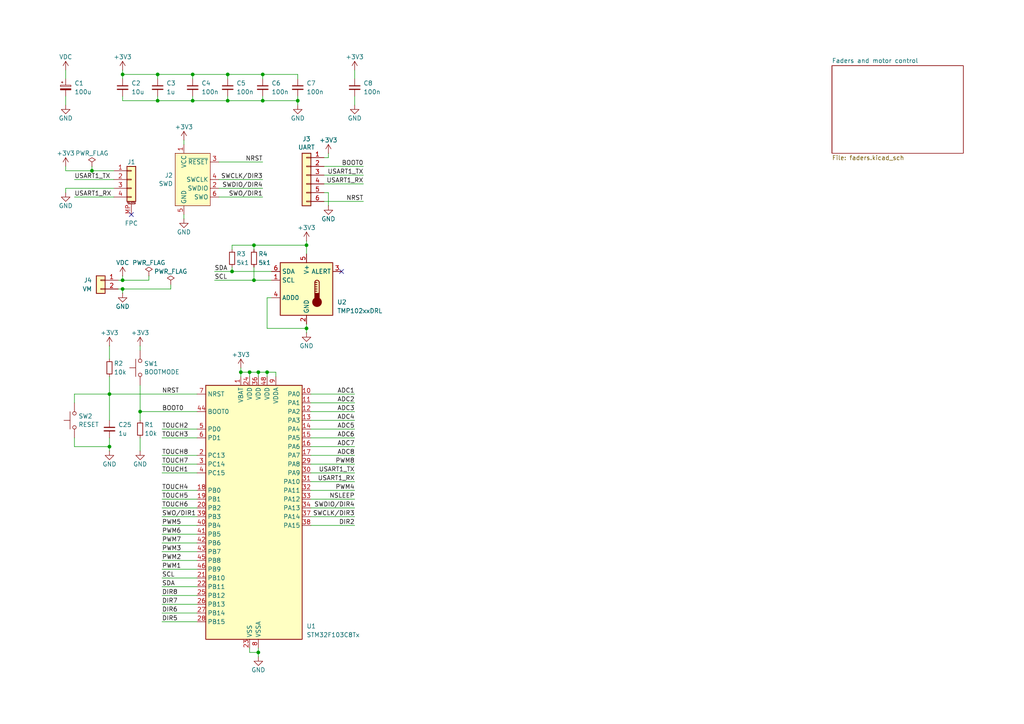
<source format=kicad_sch>
(kicad_sch (version 20231120) (generator "eeschema") (generator_version "8.0")
  (paper "A4")
  (lib_symbols
    (symbol "Connector:Conn_ARM_SWD_TagConnect_TC2030-NL" (in_bom no)
      (property "Reference" "J" (at 2.54 11.43 0))
      (property "Value" "Conn_ARM_SWD_TagConnect_TC2030-NL" (at 2.54 8.89 0))
      (symbol "Conn_ARM_SWD_TagConnect_TC2030-NL_0_0"
        (pin power_in line (at -2.54 10.16 270) (length 2.54) (name "VCC") (number "1"))
        (pin bidirectional line (at 7.62 -2.54 180) (length 2.54) (name "SWDIO") (number "2"))
        (pin open_collector line (at 7.62 5.08 180) (length 2.54) (name "~{RESET}") (number "3"))
        (pin output line (at 7.62 0 180) (length 2.54) (name "SWCLK") (number "4"))
        (pin power_in line (at -2.54 -10.16 90) (length 2.54) (name "GND") (number "5"))
        (pin input line (at 7.62 -5.08 180) (length 2.54) (name "SWO") (number "6"))
      )
      (symbol "Conn_ARM_SWD_TagConnect_TC2030-NL_0_1"
        (rectangle (start -5.08 7.62) (end 5.08 -7.62) (fill (type background)))
      )
    )
    (symbol "Connector_Generic:Conn_01x02" (pin_names (offset 1.016) hide)
      (property "Reference" "J" (at 0 2.54 0))
      (property "Value" "Conn_01x02" (at 0 -5.08 0))
      (symbol "Conn_01x02_1_1"
        (rectangle (start -1.27 -2.413) (end 0 -2.667) (stroke (width 0.1524)))
        (rectangle (start -1.27 0.127) (end 0 -0.127) (stroke (width 0.1524)))
        (rectangle (start -1.27 1.27) (end 1.27 -3.81) (stroke (width 0.254)) (fill (type background)))
        (pin passive line (at -5.08 0 0) (length 3.81) (name "Pin_1") (number "1"))
        (pin passive line (at -5.08 -2.54 0) (length 3.81) (name "Pin_2") (number "2"))
      )
    )
    (symbol "Connector_Generic:Conn_01x06" (pin_names (offset 1.016) hide)
      (property "Reference" "J" (at 0 7.62 0))
      (property "Value" "Conn_01x06" (at 0 -10.16 0))
      (symbol "Conn_01x06_1_1"
        (rectangle (start -1.27 -7.493) (end 0 -7.747) (stroke (width 0.1524)))
        (rectangle (start -1.27 -4.953) (end 0 -5.207) (stroke (width 0.1524)))
        (rectangle (start -1.27 -2.413) (end 0 -2.667) (stroke (width 0.1524)))
        (rectangle (start -1.27 0.127) (end 0 -0.127) (stroke (width 0.1524)))
        (rectangle (start -1.27 2.667) (end 0 2.413) (stroke (width 0.1524)))
        (rectangle (start -1.27 5.207) (end 0 4.953) (stroke (width 0.1524)))
        (rectangle (start -1.27 6.35) (end 1.27 -8.89) (stroke (width 0.254)) (fill (type background)))
        (pin passive line (at -5.08 5.08 0) (length 3.81) (name "Pin_1") (number "1"))
        (pin passive line (at -5.08 2.54 0) (length 3.81) (name "Pin_2") (number "2"))
        (pin passive line (at -5.08 0 0) (length 3.81) (name "Pin_3") (number "3"))
        (pin passive line (at -5.08 -2.54 0) (length 3.81) (name "Pin_4") (number "4"))
        (pin passive line (at -5.08 -5.08 0) (length 3.81) (name "Pin_5") (number "5"))
        (pin passive line (at -5.08 -7.62 0) (length 3.81) (name "Pin_6") (number "6"))
      )
    )
    (symbol "Connector_Generic_MountingPin:Conn_01x04_MountingPin" (pin_names (offset 1.016) hide)
      (property "Reference" "J" (at 0 5.08 0))
      (property "Value" "Conn_01x04_MountingPin" (at 1.27 -7.62 0))
      (symbol "Conn_01x04_MountingPin_1_1"
        (rectangle (start -1.27 -4.953) (end 0 -5.207) (stroke (width 0.1524)))
        (rectangle (start -1.27 -2.413) (end 0 -2.667) (stroke (width 0.1524)))
        (rectangle (start -1.27 0.127) (end 0 -0.127) (stroke (width 0.1524)))
        (rectangle (start -1.27 2.667) (end 0 2.413) (stroke (width 0.1524)))
        (rectangle (start -1.27 3.81) (end 1.27 -6.35) (stroke (width 0.254)) (fill (type background)))
        (polyline (pts (xy -1.016 -7.112) (xy 1.016 -7.112)) (stroke (width 0.1524)))
        (text "Mounting" (at 0 -6.731 0) (effects (font (size 0.381 0.381))))
        (pin passive line (at -5.08 2.54 0) (length 3.81) (name "Pin_1") (number "1"))
        (pin passive line (at -5.08 0 0) (length 3.81) (name "Pin_2") (number "2"))
        (pin passive line (at -5.08 -2.54 0) (length 3.81) (name "Pin_3") (number "3"))
        (pin passive line (at -5.08 -5.08 0) (length 3.81) (name "Pin_4") (number "4"))
        (pin passive line (at 0 -10.16 90) (length 3.048) (name "MountPin") (number "MP"))
      )
    )
    (symbol "Device:C_Polarized_Small" (pin_numbers hide) (pin_names (offset 0.254) hide)
      (property "Reference" "C" (at 0.254 1.778 0))
      (property "Value" "C_Polarized_Small" (at 0.254 -2.032 0))
      (symbol "C_Polarized_Small_0_1"
        (rectangle (start -1.524 -0.3048) (end 1.524 -0.6858) (fill (type outline)))
        (rectangle (start -1.524 0.6858) (end 1.524 0.3048))
        (polyline (pts (xy -1.27 1.524) (xy -0.762 1.524)))
        (polyline (pts (xy -1.016 1.27) (xy -1.016 1.778)))
      )
      (symbol "C_Polarized_Small_1_1"
        (pin passive line (at 0 2.54 270) (length 1.8542) (name "~") (number "1"))
        (pin passive line (at 0 -2.54 90) (length 1.8542) (name "~") (number "2"))
      )
    )
    (symbol "Device:C_Small" (pin_numbers hide) (pin_names (offset 0.254) hide)
      (property "Reference" "C" (at 0.254 1.778 0))
      (property "Value" "C_Small" (at 0.254 -2.032 0))
      (symbol "C_Small_0_1"
        (polyline (pts (xy -1.524 -0.508) (xy 1.524 -0.508)) (stroke (width 0.3302)))
        (polyline (pts (xy -1.524 0.508) (xy 1.524 0.508)) (stroke (width 0.3048)))
      )
      (symbol "C_Small_1_1"
        (pin passive line (at 0 2.54 270) (length 2.032) (name "~") (number "1"))
        (pin passive line (at 0 -2.54 90) (length 2.032) (name "~") (number "2"))
      )
    )
    (symbol "Device:R_Small" (pin_numbers hide) (pin_names (offset 0.254) hide)
      (property "Reference" "R" (at 0.762 0.508 0))
      (property "Value" "R_Small" (at 0.762 -1.016 0))
      (symbol "R_Small_0_1"
        (rectangle (start -0.762 1.778) (end 0.762 -1.778) (stroke (width 0.2032)))
      )
      (symbol "R_Small_1_1"
        (pin passive line (at 0 2.54 270) (length 0.762) (name "~") (number "1"))
        (pin passive line (at 0 -2.54 90) (length 0.762) (name "~") (number "2"))
      )
    )
    (symbol "MCU_ST_STM32F1:STM32F103C8Tx"
      (property "Reference" "U" (at -12.7 39.37 0))
      (property "Value" "STM32F103C8Tx" (at 10.16 39.37 0))
      (symbol "STM32F103C8Tx_0_1"
        (rectangle (start -12.7 -35.56) (end 15.24 38.1) (stroke (width 0.254)) (fill (type background)))
      )
      (symbol "STM32F103C8Tx_1_1"
        (pin power_in line (at -2.54 40.64 270) (length 2.54) (name "VBAT") (number "1"))
        (pin bidirectional line (at 17.78 35.56 180) (length 2.54) (name "PA0") (number "10"))
        (pin bidirectional line (at 17.78 33.02 180) (length 2.54) (name "PA1") (number "11"))
        (pin bidirectional line (at 17.78 30.48 180) (length 2.54) (name "PA2") (number "12"))
        (pin bidirectional line (at 17.78 27.94 180) (length 2.54) (name "PA3") (number "13"))
        (pin bidirectional line (at 17.78 25.4 180) (length 2.54) (name "PA4") (number "14"))
        (pin bidirectional line (at 17.78 22.86 180) (length 2.54) (name "PA5") (number "15"))
        (pin bidirectional line (at 17.78 20.32 180) (length 2.54) (name "PA6") (number "16"))
        (pin bidirectional line (at 17.78 17.78 180) (length 2.54) (name "PA7") (number "17"))
        (pin bidirectional line (at -15.24 7.62 0) (length 2.54) (name "PB0") (number "18"))
        (pin bidirectional line (at -15.24 5.08 0) (length 2.54) (name "PB1") (number "19"))
        (pin bidirectional line (at -15.24 17.78 0) (length 2.54) (name "PC13") (number "2"))
        (pin bidirectional line (at -15.24 2.54 0) (length 2.54) (name "PB2") (number "20"))
        (pin bidirectional line (at -15.24 -17.78 0) (length 2.54) (name "PB10") (number "21"))
        (pin bidirectional line (at -15.24 -20.32 0) (length 2.54) (name "PB11") (number "22"))
        (pin power_in line (at 0 -38.1 90) (length 2.54) (name "VSS") (number "23"))
        (pin power_in line (at 0 40.64 270) (length 2.54) (name "VDD") (number "24"))
        (pin bidirectional line (at -15.24 -22.86 0) (length 2.54) (name "PB12") (number "25"))
        (pin bidirectional line (at -15.24 -25.4 0) (length 2.54) (name "PB13") (number "26"))
        (pin bidirectional line (at -15.24 -27.94 0) (length 2.54) (name "PB14") (number "27"))
        (pin bidirectional line (at -15.24 -30.48 0) (length 2.54) (name "PB15") (number "28"))
        (pin bidirectional line (at 17.78 15.24 180) (length 2.54) (name "PA8") (number "29"))
        (pin bidirectional line (at -15.24 15.24 0) (length 2.54) (name "PC14") (number "3"))
        (pin bidirectional line (at 17.78 12.7 180) (length 2.54) (name "PA9") (number "30"))
        (pin bidirectional line (at 17.78 10.16 180) (length 2.54) (name "PA10") (number "31"))
        (pin bidirectional line (at 17.78 7.62 180) (length 2.54) (name "PA11") (number "32"))
        (pin bidirectional line (at 17.78 5.08 180) (length 2.54) (name "PA12") (number "33"))
        (pin bidirectional line (at 17.78 2.54 180) (length 2.54) (name "PA13") (number "34"))
        (pin passive line (at 0 -38.1 90) (length 2.54) hide (name "VSS") (number "35"))
        (pin power_in line (at 2.54 40.64 270) (length 2.54) (name "VDD") (number "36"))
        (pin bidirectional line (at 17.78 0 180) (length 2.54) (name "PA14") (number "37"))
        (pin bidirectional line (at 17.78 -2.54 180) (length 2.54) (name "PA15") (number "38"))
        (pin bidirectional line (at -15.24 0 0) (length 2.54) (name "PB3") (number "39"))
        (pin bidirectional line (at -15.24 12.7 0) (length 2.54) (name "PC15") (number "4"))
        (pin bidirectional line (at -15.24 -2.54 0) (length 2.54) (name "PB4") (number "40"))
        (pin bidirectional line (at -15.24 -5.08 0) (length 2.54) (name "PB5") (number "41"))
        (pin bidirectional line (at -15.24 -7.62 0) (length 2.54) (name "PB6") (number "42"))
        (pin bidirectional line (at -15.24 -10.16 0) (length 2.54) (name "PB7") (number "43"))
        (pin input line (at -15.24 30.48 0) (length 2.54) (name "BOOT0") (number "44"))
        (pin bidirectional line (at -15.24 -12.7 0) (length 2.54) (name "PB8") (number "45"))
        (pin bidirectional line (at -15.24 -15.24 0) (length 2.54) (name "PB9") (number "46"))
        (pin passive line (at 0 -38.1 90) (length 2.54) hide (name "VSS") (number "47"))
        (pin power_in line (at 5.08 40.64 270) (length 2.54) (name "VDD") (number "48"))
        (pin bidirectional line (at -15.24 25.4 0) (length 2.54) (name "PD0") (number "5"))
        (pin bidirectional line (at -15.24 22.86 0) (length 2.54) (name "PD1") (number "6"))
        (pin input line (at -15.24 35.56 0) (length 2.54) (name "NRST") (number "7"))
        (pin power_in line (at 2.54 -38.1 90) (length 2.54) (name "VSSA") (number "8"))
        (pin power_in line (at 7.62 40.64 270) (length 2.54) (name "VDDA") (number "9"))
      )
    )
    (symbol "Sensor_Temperature:TMP102xxDRL"
      (property "Reference" "U" (at -2.54 10.795 0))
      (property "Value" "TMP102xxDRL" (at -2.54 8.89 0))
      (symbol "TMP102xxDRL_0_1"
        (rectangle (start -7.62 7.62) (end 7.62 -7.62) (stroke (width 0.254)) (fill (type background)))
      )
      (symbol "TMP102xxDRL_1_1"
        (polyline (pts (xy 2.413 -0.635) (xy 3.048 -0.635)) (stroke (width 0.254)))
        (polyline (pts (xy 2.413 0) (xy 3.048 0)) (stroke (width 0.254)))
        (polyline (pts (xy 2.413 0.635) (xy 3.048 0.635)) (stroke (width 0.254)))
        (polyline (pts (xy 2.413 1.27) (xy 3.048 1.27)) (stroke (width 0.254)))
        (polyline (pts (xy 2.413 1.905) (xy 2.413 -1.27)) (stroke (width 0.254)))
        (polyline (pts (xy 2.413 1.905) (xy 3.048 1.905)) (stroke (width 0.254)))
        (polyline (pts (xy 3.683 1.905) (xy 3.683 -1.27)) (stroke (width 0.254)))
        (circle (center 3.048 -3.81) (radius 1.27) (stroke (width 0.254)) (fill (type outline)))
        (rectangle (start 3.683 -3.175) (end 2.413 -1.27) (stroke (width 0.254)) (fill (type outline)))
        (arc (start 3.683 1.905) (mid 3.048 2.5372) (end 2.413 1.905) (stroke (width 0.254)))
        (pin input line (at -10.16 2.54 0) (length 2.54) (name "SCL") (number "1"))
        (pin power_in line (at 0 -10.16 90) (length 2.54) (name "GND") (number "2"))
        (pin open_collector line (at 10.16 5.08 180) (length 2.54) (name "ALERT") (number "3"))
        (pin input line (at -10.16 -2.54 0) (length 2.54) (name "ADD0") (number "4"))
        (pin power_in line (at 0 10.16 270) (length 2.54) (name "V+") (number "5"))
        (pin bidirectional line (at -10.16 5.08 0) (length 2.54) (name "SDA") (number "6"))
      )
    )
    (symbol "Switch:SW_Push" (pin_numbers hide) (pin_names (offset 1.016) hide)
      (property "Reference" "SW" (at 1.27 2.54 0))
      (property "Value" "SW_Push" (at 0 -1.524 0))
      (symbol "SW_Push_0_1"
        (circle (center -2.032 0) (radius 0.508))
        (polyline (pts (xy 0 1.27) (xy 0 3.048)))
        (polyline (pts (xy 2.54 1.27) (xy -2.54 1.27)))
        (circle (center 2.032 0) (radius 0.508))
        (pin passive line (at -5.08 0 0) (length 2.54) (name "1") (number "1"))
        (pin passive line (at 5.08 0 180) (length 2.54) (name "2") (number "2"))
      )
    )
    (symbol "power:+3V3" (power) (pin_numbers hide) (pin_names (offset 0) hide)
      (property "Value" "+3V3" (at 0 3.556 0))
      (symbol "+3V3_0_1"
        (polyline (pts (xy -0.762 1.27) (xy 0 2.54)))
        (polyline (pts (xy 0 0) (xy 0 2.54)))
        (polyline (pts (xy 0 2.54) (xy 0.762 1.27)))
      )
      (symbol "+3V3_1_1"
        (pin power_in line (at 0 0 90) (length 0) (name "~") (number "1"))
      )
    )
    (symbol "power:GND" (power) (pin_numbers hide) (pin_names (offset 0) hide)
      (property "Value" "GND" (at 0 -3.81 0))
      (symbol "GND_0_1"
        (polyline (pts (xy 0 0) (xy 0 -1.27) (xy 1.27 -1.27) (xy 0 -2.54) (xy -1.27 -1.27) (xy 0 -1.27)))
      )
      (symbol "GND_1_1"
        (pin power_in line (at 0 0 270) (length 0) (name "~") (number "1"))
      )
    )
    (symbol "power:PWR_FLAG" (power) (pin_numbers hide) (pin_names (offset 0) hide)
      (property "Value" "PWR_FLAG" (at 0 3.81 0))
      (symbol "PWR_FLAG_0_0"
        (pin power_out line (at 0 0 90) (length 0) (name "~") (number "1"))
      )
      (symbol "PWR_FLAG_0_1"
        (polyline (pts (xy 0 0) (xy 0 1.27) (xy -1.016 1.905) (xy 0 2.54) (xy 1.016 1.905) (xy 0 1.27)))
      )
    )
    (symbol "power:VDC" (power) (pin_numbers hide) (pin_names (offset 0) hide)
      (property "Value" "VDC" (at 0 3.556 0))
      (symbol "VDC_0_1"
        (polyline (pts (xy -0.762 1.27) (xy 0 2.54)))
        (polyline (pts (xy 0 0) (xy 0 2.54)))
        (polyline (pts (xy 0 2.54) (xy 0.762 1.27)))
      )
      (symbol "VDC_1_1"
        (pin power_in line (at 0 0 90) (length 0) (name "~") (number "1"))
      )
    )
  )
  (junction (at 69.85 107.95))
  (junction (at 55.88 21.59))
  (junction (at 86.36 29.21))
  (junction (at 88.9 71.12))
  (junction (at 88.9 95.25))
  (junction (at 76.2 29.21))
  (junction (at 45.72 29.21))
  (junction (at 35.56 83.82))
  (junction (at 73.66 71.12))
  (junction (at 76.2 21.59))
  (junction (at 73.66 81.28))
  (junction (at 77.47 107.95))
  (junction (at 26.67 49.53))
  (junction (at 74.93 189.23))
  (junction (at 74.93 107.95))
  (junction (at 45.72 21.59))
  (junction (at 31.75 129.54))
  (junction (at 40.64 119.38))
  (junction (at 66.04 29.21))
  (junction (at 31.75 114.3))
  (junction (at 72.39 107.95))
  (junction (at 35.56 21.59))
  (junction (at 66.04 21.59))
  (junction (at 67.31 78.74))
  (junction (at 35.56 81.28))
  (junction (at 55.88 29.21))
  (no_connect (at 99.06 78.74))
  (no_connect (at 38.1 62.23))
  (wire (pts (xy 35.56 83.82) (xy 35.56 85.09)))
  (wire (pts (xy 90.17 132.08) (xy 102.87 132.08)))
  (wire (pts (xy 35.56 21.59) (xy 45.72 21.59)))
  (wire (pts (xy 46.99 162.56) (xy 57.15 162.56)))
  (wire (pts (xy 26.67 48.26) (xy 26.67 49.53)))
  (wire (pts (xy 40.64 119.38) (xy 40.64 121.92)))
  (wire (pts (xy 66.04 27.94) (xy 66.04 29.21)))
  (wire (pts (xy 76.2 27.94) (xy 76.2 29.21)))
  (wire (pts (xy 76.2 29.21) (xy 86.36 29.21)))
  (wire (pts (xy 46.99 137.16) (xy 57.15 137.16)))
  (wire (pts (xy 93.98 45.72) (xy 95.25 45.72)))
  (wire (pts (xy 21.59 127) (xy 21.59 129.54)))
  (wire (pts (xy 34.29 83.82) (xy 35.56 83.82)))
  (wire (pts (xy 21.59 129.54) (xy 31.75 129.54)))
  (wire (pts (xy 90.17 116.84) (xy 102.87 116.84)))
  (wire (pts (xy 95.25 55.88) (xy 95.25 59.69)))
  (wire (pts (xy 26.67 49.53) (xy 33.02 49.53)))
  (wire (pts (xy 93.98 50.8) (xy 105.41 50.8)))
  (wire (pts (xy 77.47 86.36) (xy 77.47 95.25)))
  (wire (pts (xy 93.98 55.88) (xy 95.25 55.88)))
  (wire (pts (xy 95.25 45.72) (xy 95.25 44.45)))
  (wire (pts (xy 76.2 21.59) (xy 86.36 21.59)))
  (wire (pts (xy 19.05 20.32) (xy 19.05 22.86)))
  (wire (pts (xy 74.93 107.95) (xy 74.93 109.22)))
  (wire (pts (xy 63.5 46.99) (xy 76.2 46.99)))
  (wire (pts (xy 67.31 77.47) (xy 67.31 78.74)))
  (wire (pts (xy 74.93 187.96) (xy 74.93 189.23)))
  (wire (pts (xy 90.17 152.4) (xy 102.87 152.4)))
  (wire (pts (xy 46.99 160.02) (xy 57.15 160.02)))
  (wire (pts (xy 53.34 40.64) (xy 53.34 41.91)))
  (wire (pts (xy 90.17 114.3) (xy 102.87 114.3)))
  (wire (pts (xy 46.99 157.48) (xy 57.15 157.48)))
  (wire (pts (xy 86.36 27.94) (xy 86.36 29.21)))
  (wire (pts (xy 90.17 119.38) (xy 102.87 119.38)))
  (wire (pts (xy 93.98 48.26) (xy 105.41 48.26)))
  (wire (pts (xy 102.87 20.32) (xy 102.87 22.86)))
  (wire (pts (xy 88.9 71.12) (xy 88.9 73.66)))
  (wire (pts (xy 90.17 137.16) (xy 102.87 137.16)))
  (wire (pts (xy 74.93 189.23) (xy 74.93 190.5)))
  (wire (pts (xy 90.17 121.92) (xy 102.87 121.92)))
  (wire (pts (xy 45.72 29.21) (xy 55.88 29.21)))
  (wire (pts (xy 80.01 109.22) (xy 80.01 107.95)))
  (wire (pts (xy 62.23 78.74) (xy 67.31 78.74)))
  (wire (pts (xy 93.98 58.42) (xy 105.41 58.42)))
  (wire (pts (xy 46.99 154.94) (xy 57.15 154.94)))
  (wire (pts (xy 69.85 107.95) (xy 72.39 107.95)))
  (wire (pts (xy 63.5 54.61) (xy 76.2 54.61)))
  (wire (pts (xy 19.05 48.26) (xy 19.05 49.53)))
  (wire (pts (xy 63.5 57.15) (xy 76.2 57.15)))
  (wire (pts (xy 46.99 127) (xy 57.15 127)))
  (wire (pts (xy 55.88 29.21) (xy 66.04 29.21)))
  (wire (pts (xy 46.99 177.8) (xy 57.15 177.8)))
  (wire (pts (xy 46.99 165.1) (xy 57.15 165.1)))
  (wire (pts (xy 46.99 147.32) (xy 57.15 147.32)))
  (wire (pts (xy 34.29 81.28) (xy 35.56 81.28)))
  (wire (pts (xy 40.64 119.38) (xy 57.15 119.38)))
  (wire (pts (xy 46.99 180.34) (xy 57.15 180.34)))
  (wire (pts (xy 19.05 49.53) (xy 26.67 49.53)))
  (wire (pts (xy 62.23 81.28) (xy 73.66 81.28)))
  (wire (pts (xy 66.04 21.59) (xy 66.04 22.86)))
  (wire (pts (xy 53.34 62.23) (xy 53.34 63.5)))
  (wire (pts (xy 31.75 114.3) (xy 21.59 114.3)))
  (wire (pts (xy 77.47 107.95) (xy 77.47 109.22)))
  (wire (pts (xy 46.99 167.64) (xy 57.15 167.64)))
  (wire (pts (xy 74.93 107.95) (xy 77.47 107.95)))
  (wire (pts (xy 55.88 21.59) (xy 55.88 22.86)))
  (wire (pts (xy 46.99 152.4) (xy 57.15 152.4)))
  (wire (pts (xy 31.75 127) (xy 31.75 129.54)))
  (wire (pts (xy 72.39 107.95) (xy 74.93 107.95)))
  (wire (pts (xy 46.99 134.62) (xy 57.15 134.62)))
  (wire (pts (xy 88.9 71.12) (xy 88.9 69.85)))
  (wire (pts (xy 73.66 77.47) (xy 73.66 81.28)))
  (wire (pts (xy 90.17 134.62) (xy 102.87 134.62)))
  (wire (pts (xy 40.64 111.76) (xy 40.64 119.38)))
  (wire (pts (xy 63.5 52.07) (xy 76.2 52.07)))
  (wire (pts (xy 67.31 71.12) (xy 73.66 71.12)))
  (wire (pts (xy 67.31 78.74) (xy 78.74 78.74)))
  (wire (pts (xy 31.75 109.22) (xy 31.75 114.3)))
  (wire (pts (xy 19.05 54.61) (xy 19.05 55.88)))
  (wire (pts (xy 35.56 81.28) (xy 35.56 80.01)))
  (wire (pts (xy 46.99 142.24) (xy 57.15 142.24)))
  (wire (pts (xy 31.75 129.54) (xy 31.75 130.81)))
  (wire (pts (xy 77.47 107.95) (xy 80.01 107.95)))
  (wire (pts (xy 35.56 83.82) (xy 49.53 83.82)))
  (wire (pts (xy 43.18 81.28) (xy 35.56 81.28)))
  (wire (pts (xy 73.66 71.12) (xy 88.9 71.12)))
  (wire (pts (xy 77.47 95.25) (xy 88.9 95.25)))
  (wire (pts (xy 66.04 29.21) (xy 76.2 29.21)))
  (wire (pts (xy 45.72 27.94) (xy 45.72 29.21)))
  (wire (pts (xy 21.59 52.07) (xy 33.02 52.07)))
  (wire (pts (xy 45.72 21.59) (xy 45.72 22.86)))
  (wire (pts (xy 46.99 132.08) (xy 57.15 132.08)))
  (wire (pts (xy 88.9 95.25) (xy 88.9 96.52)))
  (wire (pts (xy 31.75 114.3) (xy 31.75 121.92)))
  (wire (pts (xy 35.56 29.21) (xy 45.72 29.21)))
  (wire (pts (xy 69.85 107.95) (xy 69.85 109.22)))
  (wire (pts (xy 21.59 114.3) (xy 21.59 116.84)))
  (wire (pts (xy 35.56 27.94) (xy 35.56 29.21)))
  (wire (pts (xy 46.99 175.26) (xy 57.15 175.26)))
  (wire (pts (xy 67.31 72.39) (xy 67.31 71.12)))
  (wire (pts (xy 72.39 187.96) (xy 72.39 189.23)))
  (wire (pts (xy 46.99 144.78) (xy 57.15 144.78)))
  (wire (pts (xy 40.64 127) (xy 40.64 130.81)))
  (wire (pts (xy 35.56 20.32) (xy 35.56 21.59)))
  (wire (pts (xy 19.05 54.61) (xy 33.02 54.61)))
  (wire (pts (xy 90.17 124.46) (xy 102.87 124.46)))
  (wire (pts (xy 57.15 114.3) (xy 31.75 114.3)))
  (wire (pts (xy 45.72 21.59) (xy 55.88 21.59)))
  (wire (pts (xy 46.99 170.18) (xy 57.15 170.18)))
  (wire (pts (xy 88.9 93.98) (xy 88.9 95.25)))
  (wire (pts (xy 76.2 21.59) (xy 76.2 22.86)))
  (wire (pts (xy 73.66 71.12) (xy 73.66 72.39)))
  (wire (pts (xy 55.88 21.59) (xy 66.04 21.59)))
  (wire (pts (xy 90.17 144.78) (xy 102.87 144.78)))
  (wire (pts (xy 90.17 127) (xy 102.87 127)))
  (wire (pts (xy 40.64 100.33) (xy 40.64 101.6)))
  (wire (pts (xy 55.88 27.94) (xy 55.88 29.21)))
  (wire (pts (xy 86.36 22.86) (xy 86.36 21.59)))
  (wire (pts (xy 43.18 80.01) (xy 43.18 81.28)))
  (wire (pts (xy 49.53 82.55) (xy 49.53 83.82)))
  (wire (pts (xy 102.87 27.94) (xy 102.87 30.48)))
  (wire (pts (xy 69.85 106.68) (xy 69.85 107.95)))
  (wire (pts (xy 35.56 21.59) (xy 35.56 22.86)))
  (wire (pts (xy 72.39 189.23) (xy 74.93 189.23)))
  (wire (pts (xy 90.17 147.32) (xy 102.87 147.32)))
  (wire (pts (xy 73.66 81.28) (xy 78.74 81.28)))
  (wire (pts (xy 31.75 100.33) (xy 31.75 104.14)))
  (wire (pts (xy 90.17 129.54) (xy 102.87 129.54)))
  (wire (pts (xy 78.74 86.36) (xy 77.47 86.36)))
  (wire (pts (xy 90.17 149.86) (xy 102.87 149.86)))
  (wire (pts (xy 72.39 107.95) (xy 72.39 109.22)))
  (wire (pts (xy 19.05 27.94) (xy 19.05 30.48)))
  (wire (pts (xy 93.98 53.34) (xy 105.41 53.34)))
  (wire (pts (xy 86.36 29.21) (xy 86.36 30.48)))
  (wire (pts (xy 66.04 21.59) (xy 76.2 21.59)))
  (wire (pts (xy 46.99 172.72) (xy 57.15 172.72)))
  (wire (pts (xy 90.17 139.7) (xy 102.87 139.7)))
  (wire (pts (xy 21.59 57.15) (xy 33.02 57.15)))
  (wire (pts (xy 90.17 142.24) (xy 102.87 142.24)))
  (wire (pts (xy 46.99 149.86) (xy 57.15 149.86)))
  (wire (pts (xy 46.99 124.46) (xy 57.15 124.46)))
  (label "TOUCH4" (at 46.99 142.24 0))
  (label "BOOT0" (at 46.99 119.38 0))
  (label "PWM1" (at 46.99 165.1 0))
  (label "SWCLK{slash}DIR3" (at 76.2 52.07 180))
  (label "ADC5" (at 102.87 124.46 180))
  (label "SWDIO{slash}DIR4" (at 102.87 147.32 180))
  (label "ADC2" (at 102.87 116.84 180))
  (label "SCL" (at 46.99 167.64 0))
  (label "DIR2" (at 102.87 152.4 180))
  (label "NRST" (at 46.99 114.3 0))
  (label "NSLEEP" (at 102.87 144.78 180))
  (label "PWM7" (at 46.99 157.48 0))
  (label "TOUCH5" (at 46.99 144.78 0))
  (label "DIR8" (at 46.99 172.72 0))
  (label "USART1_RX" (at 102.87 139.7 180))
  (label "DIR7" (at 46.99 175.26 0))
  (label "TOUCH7" (at 46.99 134.62 0))
  (label "SWO{slash}DIR1" (at 76.2 57.15 180))
  (label "PWM6" (at 46.99 154.94 0))
  (label "ADC1" (at 102.87 114.3 180))
  (label "SDA" (at 46.99 170.18 0))
  (label "USART1_RX" (at 21.59 57.15 0))
  (label "TOUCH3" (at 46.99 127 0))
  (label "USART1_TX" (at 21.59 52.07 0))
  (label "PWM3" (at 46.99 160.02 0))
  (label "DIR6" (at 46.99 177.8 0))
  (label "ADC3" (at 102.87 119.38 180))
  (label "BOOT0" (at 105.41 48.26 180))
  (label "PWM4" (at 102.87 142.24 180))
  (label "TOUCH1" (at 46.99 137.16 0))
  (label "SCL" (at 62.23 81.28 0))
  (label "USART1_TX" (at 105.41 50.8 180))
  (label "SDA" (at 62.23 78.74 0))
  (label "USART1_RX" (at 105.41 53.34 180))
  (label "SWCLK{slash}DIR3" (at 102.87 149.86 180))
  (label "ADC8" (at 102.87 132.08 180))
  (label "ADC6" (at 102.87 127 180))
  (label "NRST" (at 105.41 58.42 180))
  (label "NRST" (at 76.2 46.99 180))
  (label "ADC7" (at 102.87 129.54 180))
  (label "TOUCH6" (at 46.99 147.32 0))
  (label "PWM2" (at 46.99 162.56 0))
  (label "ADC4" (at 102.87 121.92 180))
  (label "SWO{slash}DIR1" (at 46.99 149.86 0))
  (label "PWM5" (at 46.99 152.4 0))
  (label "PWM8" (at 102.87 134.62 180))
  (label "DIR5" (at 46.99 180.34 0))
  (label "TOUCH8" (at 46.99 132.08 0))
  (label "USART1_TX" (at 102.87 137.16 180))
  (label "TOUCH2" (at 46.99 124.46 0))
  (label "SWDIO{slash}DIR4" (at 76.2 54.61 180))
  (symbol (lib_id "Connector_Generic_MountingPin:Conn_01x04_MountingPin") (at 38.1 52.07 0) (unit 1)
    (property "Reference" "J1" (at 38.1 46.99 0))
    (property "Value" "FPC" (at 38.1 64.77 0))
    (property "Footprint" "faderboard:Jushuo_AFC01-S04FCx-00_1x04-1MP_P0.50mm_Horizontal" (effects (hide yes)))
    (property "Description" "Generic connectable mounting pin connector, single row, 01x04, script generated (kicad-library-utils/schlib/autogen/connector/)" (effects (hide yes)))
  )
  (symbol (lib_id "Device:R_Small") (at 67.31 74.93 0) (unit 1)
    (property "Reference" "R3" (at 68.58 73.66 0) (effects (justify left)))
    (property "Value" "5k1" (at 68.58 76.2 0) (effects (justify left)))
    (property "Footprint" "Resistor_SMD:R_0402_1005Metric" (effects (hide yes)))
  )
  (symbol (lib_id "power:+3V3") (at 88.9 69.85 0) (unit 1)
    (property "Reference" "#PWR018" (effects (hide yes)))
    (property "Value" "+3V3" (at 88.9 66.04 0))
    (property "Description" "Power symbol creates a global label with name \"+3V3\"" (effects (hide yes)))
  )
  (symbol (lib_id "Switch:SW_Push") (at 40.64 106.68 90) (unit 1)
    (property "Reference" "SW1" (at 41.783 105.4678 90) (effects (justify right)))
    (property "Value" "BOOTMODE" (at 41.783 107.8921 90) (effects (justify right)))
    (property "Footprint" "faderboard:SW_Push_SPST_NO_XKB_TS-1187A-X-X-X" (effects (hide yes)))
    (property "Description" "Push button switch, generic, two pins" (effects (hide yes)))
  )
  (symbol (lib_id "Device:C_Small") (at 55.88 25.4 0) (unit 1)
    (property "Reference" "C4" (at 58.42 24.13 0) (effects (justify left)))
    (property "Value" "100n" (at 58.42 26.67 0) (effects (justify left)))
    (property "Footprint" "Capacitor_SMD:C_0402_1005Metric" (effects (hide yes)))
  )
  (symbol (lib_id "Device:C_Small") (at 45.72 25.4 0) (unit 1)
    (property "Reference" "C3" (at 48.26 24.13 0) (effects (justify left)))
    (property "Value" "1u" (at 48.26 26.67 0) (effects (justify left)))
    (property "Footprint" "Capacitor_SMD:C_0402_1005Metric" (effects (hide yes)))
  )
  (symbol (lib_id "Device:C_Small") (at 86.36 25.4 0) (unit 1)
    (property "Reference" "C7" (at 88.9 24.13 0) (effects (justify left)))
    (property "Value" "100n" (at 88.9 26.67 0) (effects (justify left)))
    (property "Footprint" "Capacitor_SMD:C_0402_1005Metric" (effects (hide yes)))
  )
  (symbol (lib_id "Device:R_Small") (at 40.64 124.46 0) (unit 1)
    (property "Reference" "R1" (at 41.91 123.19 0) (effects (justify left)))
    (property "Value" "10k" (at 41.91 125.73 0) (effects (justify left)))
    (property "Footprint" "Resistor_SMD:R_0402_1005Metric" (effects (hide yes)))
  )
  (symbol (lib_id "power:+3V3") (at 31.75 100.33 0) (unit 1)
    (property "Reference" "#PWR094" (effects (hide yes)))
    (property "Value" "+3V3" (at 31.75 96.52 0))
    (property "Description" "Power symbol creates a global label with name \"+3V3\"" (effects (hide yes)))
  )
  (symbol (lib_id "MCU_ST_STM32F1:STM32F103C8Tx") (at 72.39 149.86 0) (unit 1)
    (property "Reference" "U1" (at 88.9 181.61 0) (effects (justify left)))
    (property "Value" "STM32F103C8Tx" (at 88.9 184.15 0) (effects (justify left)))
    (property "Footprint" "Package_QFP:LQFP-48_7x7mm_P0.5mm" (effects (hide yes)))
    (property "Datasheet" "https://www.st.com/resource/en/datasheet/stm32f103c8.pdf" (effects (hide yes)))
    (property "Description" "STMicroelectronics Arm Cortex-M3 MCU, 64KB flash, 20KB RAM, 72 MHz, 2.0-3.6V, 37 GPIO, LQFP48" (effects (hide yes)))
  )
  (symbol (lib_id "Device:C_Polarized_Small") (at 19.05 25.4 0) (unit 1)
    (property "Reference" "C1" (at 21.59 24.13 0) (effects (justify left)))
    (property "Value" "100u" (at 21.59 26.67 0) (effects (justify left)))
    (property "Footprint" "Capacitor_SMD:CP_Elec_6.3x7.7" (effects (hide yes)))
  )
  (symbol (lib_id "power:+3V3") (at 53.34 40.64 0) (unit 1)
    (property "Reference" "#PWR010" (effects (hide yes)))
    (property "Value" "+3V3" (at 53.34 36.83 0))
    (property "Description" "Power symbol creates a global label with name \"+3V3\"" (effects (hide yes)))
  )
  (symbol (lib_id "power:GND") (at 88.9 96.52 0) (unit 1)
    (property "Reference" "#PWR019" (effects (hide yes)))
    (property "Value" "GND" (at 88.9 100.33 0))
    (property "Description" "Power symbol creates a global label with name \"GND\" , ground" (effects (hide yes)))
  )
  (symbol (lib_id "power:PWR_FLAG") (at 26.67 48.26 0) (unit 1)
    (property "Reference" "#FLG01" (effects (hide yes)))
    (property "Value" "PWR_FLAG" (at 26.67 44.45 0))
    (property "Description" "Special symbol for telling ERC where power comes from" (effects (hide yes)))
  )
  (symbol (lib_id "power:GND") (at 19.05 55.88 0) (unit 1)
    (property "Reference" "#PWR04" (effects (hide yes)))
    (property "Value" "GND" (at 19.05 59.69 0))
    (property "Description" "Power symbol creates a global label with name \"GND\" , ground" (effects (hide yes)))
  )
  (symbol (lib_id "Device:C_Small") (at 31.75 124.46 0) (unit 1)
    (property "Reference" "C25" (at 34.29 123.19 0) (effects (justify left)))
    (property "Value" "1u" (at 34.29 125.73 0) (effects (justify left)))
    (property "Footprint" "Capacitor_SMD:C_0402_1005Metric" (effects (hide yes)))
  )
  (symbol (lib_id "Device:C_Small") (at 66.04 25.4 0) (unit 1)
    (property "Reference" "C5" (at 68.58 24.13 0) (effects (justify left)))
    (property "Value" "100n" (at 68.58 26.67 0) (effects (justify left)))
    (property "Footprint" "Capacitor_SMD:C_0402_1005Metric" (effects (hide yes)))
  )
  (symbol (lib_id "Connector_Generic:Conn_01x06") (at 88.9 50.8 0) (mirror y) (unit 1)
    (property "Reference" "J3" (at 88.9 40.3055 0))
    (property "Value" "UART" (at 88.9 42.7298 0))
    (property "Footprint" "Connector:Tag-Connect_TC2030-IDC-NL_2x03_P1.27mm_Vertical" (effects (hide yes)))
    (property "Description" "Generic connector, single row, 01x06, script generated (kicad-library-utils/schlib/autogen/connector/)" (effects (hide yes)))
  )
  (symbol (lib_id "power:PWR_FLAG") (at 43.18 80.01 0) (unit 1)
    (property "Reference" "#FLG02" (effects (hide yes)))
    (property "Value" "PWR_FLAG" (at 43.18 76.2 0))
    (property "Description" "Special symbol for telling ERC where power comes from" (effects (hide yes)))
  )
  (symbol (lib_id "power:+3V3") (at 102.87 20.32 0) (unit 1)
    (property "Reference" "#PWR020" (effects (hide yes)))
    (property "Value" "+3V3" (at 102.87 16.51 0))
    (property "Description" "Power symbol creates a global label with name \"+3V3\"" (effects (hide yes)))
  )
  (symbol (lib_id "power:GND") (at 86.36 30.48 0) (unit 1)
    (property "Reference" "#PWR017" (effects (hide yes)))
    (property "Value" "GND" (at 86.36 34.29 0))
    (property "Description" "Power symbol creates a global label with name \"GND\" , ground" (effects (hide yes)))
  )
  (symbol (lib_id "Device:C_Small") (at 76.2 25.4 0) (unit 1)
    (property "Reference" "C6" (at 78.74 24.13 0) (effects (justify left)))
    (property "Value" "100n" (at 78.74 26.67 0) (effects (justify left)))
    (property "Footprint" "Capacitor_SMD:C_0402_1005Metric" (effects (hide yes)))
  )
  (symbol (lib_id "power:+3V3") (at 35.56 20.32 0) (unit 1)
    (property "Reference" "#PWR08" (effects (hide yes)))
    (property "Value" "+3V3" (at 35.56 16.51 0))
    (property "Description" "Power symbol creates a global label with name \"+3V3\"" (effects (hide yes)))
  )
  (symbol (lib_id "power:+3V3") (at 69.85 106.68 0) (unit 1)
    (property "Reference" "#PWR013" (effects (hide yes)))
    (property "Value" "+3V3" (at 69.85 102.87 0))
    (property "Description" "Power symbol creates a global label with name \"+3V3\"" (effects (hide yes)))
  )
  (symbol (lib_id "power:+3V3") (at 19.05 48.26 0) (unit 1)
    (property "Reference" "#PWR03" (effects (hide yes)))
    (property "Value" "+3V3" (at 19.05 44.45 0))
    (property "Description" "Power symbol creates a global label with name \"+3V3\"" (effects (hide yes)))
  )
  (symbol (lib_id "Connector:Conn_ARM_SWD_TagConnect_TC2030-NL") (at 55.88 52.07 0) (unit 1) (in_bom no)
    (property "Reference" "J2" (at 50.165 50.8578 0) (effects (justify right)))
    (property "Value" "SWD" (at 50.165 53.2821 0) (effects (justify right)))
    (property "Footprint" "Connector:Tag-Connect_TC2030-IDC-NL_2x03_P1.27mm_Vertical" (effects (hide yes)))
    (property "Datasheet" "https://www.tag-connect.com/wp-content/uploads/bsk-pdf-manager/TC2030-CTX_1.pdf" (effects (hide yes)))
    (property "Description" "Tag-Connect ARM Cortex SWD JTAG connector, 6 pin, no legs" (effects (hide yes)))
  )
  (symbol (lib_id "Connector_Generic:Conn_01x02") (at 29.21 81.28 0) (mirror y) (unit 1)
    (property "Reference" "J4" (at 26.67 81.28 0) (effects (justify left)))
    (property "Value" "VM" (at 26.67 83.82 0) (effects (justify left)))
    (property "Footprint" "Connector_JST:JST_VH_S2P-VH_1x02_P3.96mm_Horizontal" (effects (hide yes)))
    (property "Description" "Generic connector, single row, 01x02, script generated (kicad-library-utils/schlib/autogen/connector/)" (effects (hide yes)))
  )
  (symbol (lib_id "power:GND") (at 74.93 190.5 0) (unit 1)
    (property "Reference" "#PWR016" (effects (hide yes)))
    (property "Value" "GND" (at 74.93 194.31 0))
    (property "Description" "Power symbol creates a global label with name \"GND\" , ground" (effects (hide yes)))
  )
  (symbol (lib_id "Device:R_Small") (at 73.66 74.93 0) (unit 1)
    (property "Reference" "R4" (at 74.93 73.66 0) (effects (justify left)))
    (property "Value" "5k1" (at 74.93 76.2 0) (effects (justify left)))
    (property "Footprint" "Resistor_SMD:R_0402_1005Metric" (effects (hide yes)))
  )
  (symbol (lib_id "power:GND") (at 102.87 30.48 0) (unit 1)
    (property "Reference" "#PWR021" (effects (hide yes)))
    (property "Value" "GND" (at 102.87 34.29 0))
    (property "Description" "Power symbol creates a global label with name \"GND\" , ground" (effects (hide yes)))
  )
  (symbol (lib_id "power:GND") (at 40.64 130.81 0) (unit 1)
    (property "Reference" "#PWR093" (effects (hide yes)))
    (property "Value" "GND" (at 40.64 134.62 0))
    (property "Description" "Power symbol creates a global label with name \"GND\" , ground" (effects (hide yes)))
  )
  (symbol (lib_id "power:+3V3") (at 95.25 44.45 0) (unit 1)
    (property "Reference" "#PWR014" (effects (hide yes)))
    (property "Value" "+3V3" (at 95.25 40.64 0))
    (property "Description" "Power symbol creates a global label with name \"+3V3\"" (effects (hide yes)))
  )
  (symbol (lib_id "power:PWR_FLAG") (at 49.53 82.55 0) (unit 1)
    (property "Reference" "#FLG03" (effects (hide yes)))
    (property "Value" "PWR_FLAG" (at 49.53 78.74 0))
    (property "Description" "Special symbol for telling ERC where power comes from" (effects (hide yes)))
  )
  (symbol (lib_id "power:+3V3") (at 40.64 100.33 0) (unit 1)
    (property "Reference" "#PWR07" (effects (hide yes)))
    (property "Value" "+3V3" (at 40.64 96.52 0))
    (property "Description" "Power symbol creates a global label with name \"+3V3\"" (effects (hide yes)))
  )
  (symbol (lib_id "Device:C_Small") (at 102.87 25.4 0) (unit 1)
    (property "Reference" "C8" (at 105.41 24.13 0) (effects (justify left)))
    (property "Value" "100n" (at 105.41 26.67 0) (effects (justify left)))
    (property "Footprint" "Capacitor_SMD:C_0402_1005Metric" (effects (hide yes)))
  )
  (symbol (lib_id "Switch:SW_Push") (at 21.59 121.92 90) (unit 1)
    (property "Reference" "SW2" (at 22.733 120.7078 90) (effects (justify right)))
    (property "Value" "RESET" (at 22.733 123.1321 90) (effects (justify right)))
    (property "Footprint" "faderboard:SW_Push_SPST_NO_XKB_TS-1187A-X-X-X" (effects (hide yes)))
    (property "Description" "Push button switch, generic, two pins" (effects (hide yes)))
  )
  (symbol (lib_id "power:GND") (at 19.05 30.48 0) (unit 1)
    (property "Reference" "#PWR02" (effects (hide yes)))
    (property "Value" "GND" (at 19.05 34.29 0))
    (property "Description" "Power symbol creates a global label with name \"GND\" , ground" (effects (hide yes)))
  )
  (symbol (lib_id "power:GND") (at 95.25 59.69 0) (unit 1)
    (property "Reference" "#PWR012" (effects (hide yes)))
    (property "Value" "GND" (at 95.25 63.5 0))
    (property "Description" "Power symbol creates a global label with name \"GND\" , ground" (effects (hide yes)))
  )
  (symbol (lib_id "Sensor_Temperature:TMP102xxDRL") (at 88.9 83.82 0) (unit 1)
    (property "Reference" "U2" (at 97.79 87.63 0) (effects (justify left)))
    (property "Value" "TMP102xxDRL" (at 97.79 90.17 0) (effects (justify left)))
    (property "Footprint" "Package_TO_SOT_SMD:SOT-563" (effects (hide yes)))
    (property "Datasheet" "https://www.ti.com/lit/ds/symlink/tmp102.pdf" (effects (hide yes)))
  )
  (symbol (lib_id "Device:C_Small") (at 35.56 25.4 0) (unit 1)
    (property "Reference" "C2" (at 38.1 24.13 0) (effects (justify left)))
    (property "Value" "10u" (at 38.1 26.67 0) (effects (justify left)))
    (property "Footprint" "Capacitor_SMD:C_0402_1005Metric" (effects (hide yes)))
  )
  (symbol (lib_id "power:VDC") (at 19.05 20.32 0) (unit 1)
    (property "Reference" "#PWR01" (effects (hide yes)))
    (property "Value" "VDC" (at 19.05 16.51 0))
    (property "Description" "Power symbol creates a global label with name \"VDC\"" (effects (hide yes)))
  )
  (symbol (lib_id "power:GND") (at 35.56 85.09 0) (unit 1)
    (property "Reference" "#PWR06" (effects (hide yes)))
    (property "Value" "GND" (at 35.56 88.9 0))
    (property "Description" "Power symbol creates a global label with name \"GND\" , ground" (effects (hide yes)))
  )
  (symbol (lib_id "Device:R_Small") (at 31.75 106.68 0) (unit 1)
    (property "Reference" "R2" (at 33.02 105.41 0) (effects (justify left)))
    (property "Value" "10k" (at 33.02 107.95 0) (effects (justify left)))
    (property "Footprint" "Resistor_SMD:R_0402_1005Metric" (effects (hide yes)))
  )
  (symbol (lib_id "power:GND") (at 53.34 63.5 0) (unit 1)
    (property "Reference" "#PWR011" (effects (hide yes)))
    (property "Value" "GND" (at 53.34 67.31 0))
    (property "Description" "Power symbol creates a global label with name \"GND\" , ground" (effects (hide yes)))
  )
  (symbol (lib_id "power:GND") (at 31.75 130.81 0) (unit 1)
    (property "Reference" "#PWR05" (effects (hide yes)))
    (property "Value" "GND" (at 31.75 134.62 0))
    (property "Description" "Power symbol creates a global label with name \"GND\" , ground" (effects (hide yes)))
  )
  (symbol (lib_id "power:VDC") (at 35.56 80.01 0) (unit 1)
    (property "Reference" "#PWR09" (effects (hide yes)))
    (property "Value" "VDC" (at 35.56 76.2 0))
    (property "Description" "Power symbol creates a global label with name \"VDC\"" (effects (hide yes)))
  )
  (sheet (at 241.3 19.05) (size 38.1 25.4) (stroke (width 0.1524))
    (property "Sheetname" "Faders and motor control" (at 241.3 18.3384 0) (effects (justify left bottom)))
    (property "Sheetfile" "faders.kicad_sch" (at 241.3 45.0346 0) (effects (justify left top)))
  )
)
</source>
